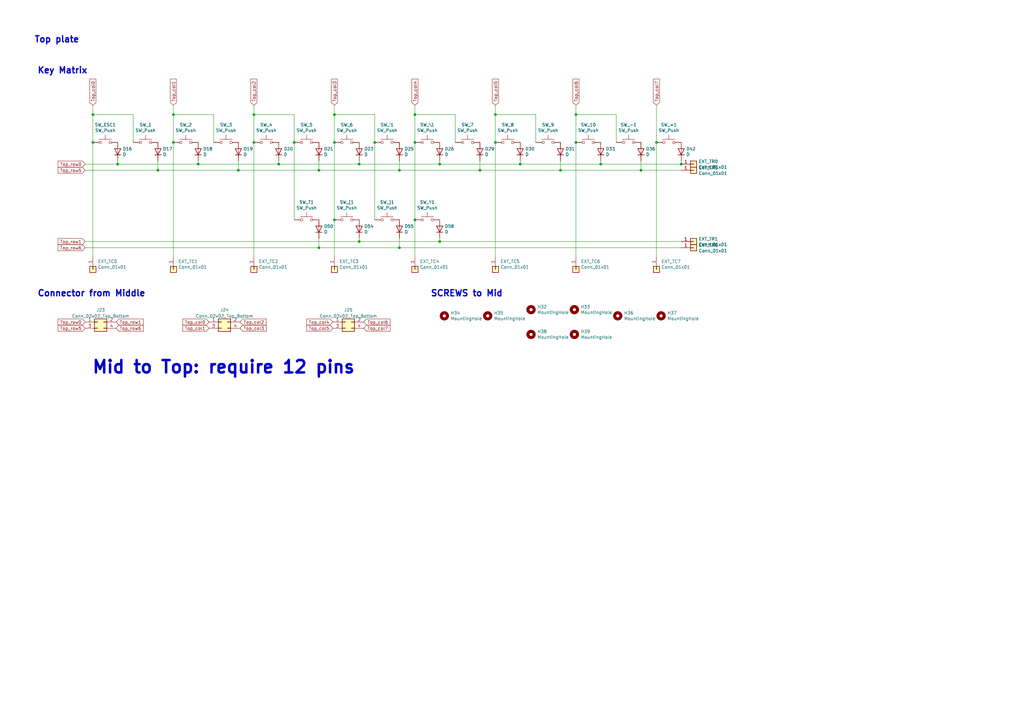
<source format=kicad_sch>
(kicad_sch (version 20211123) (generator eeschema)
  (paper "A3")
  (lib_symbols
    (symbol "Connector_Generic:Conn_01x01" (pin_names (offset 1.016) hide)
      (property "Reference" "J" (at 0 2.54 0))
      (property "Value" "Conn_01x01" (at 0 -2.54 0))
      (symbol "Conn_01x01_1_1"
        (rectangle (start -1.27 0.127) (end 0 -0.127) (stroke (width 0.1524)))
        (rectangle (start -1.27 1.27) (end 1.27 -1.27) (stroke (width 0.254)) (fill (type background)))
        (pin passive line (at -5.08 0 0) (length 3.81) (name "Pin_1") (number "1"))
      )
    )
    (symbol "Connector_Generic:Conn_02x02_Odd_Even" (pin_names (offset 1.016) hide)
      (property "Reference" "J" (at 1.27 2.54 0))
      (property "Value" "Conn_02x02_Odd_Even" (at 1.27 -5.08 0))
      (symbol "Conn_02x02_Odd_Even_1_1"
        (rectangle (start -1.27 -2.413) (end 0 -2.667) (stroke (width 0.1524)))
        (rectangle (start -1.27 0.127) (end 0 -0.127) (stroke (width 0.1524)))
        (rectangle (start -1.27 1.27) (end 3.81 -3.81) (stroke (width 0.254)) (fill (type background)))
        (rectangle (start 3.81 -2.413) (end 2.54 -2.667) (stroke (width 0.1524)))
        (rectangle (start 3.81 0.127) (end 2.54 -0.127) (stroke (width 0.1524)))
        (pin passive line (at -5.08 0 0) (length 3.81) (name "Pin_1") (number "1"))
        (pin passive line (at 7.62 0 180) (length 3.81) (name "Pin_2") (number "2"))
        (pin passive line (at -5.08 -2.54 0) (length 3.81) (name "Pin_3") (number "3"))
        (pin passive line (at 7.62 -2.54 180) (length 3.81) (name "Pin_4") (number "4"))
      )
    )
    (symbol "Device:D" (pin_numbers hide) (pin_names (offset 1.016) hide)
      (property "Reference" "D" (at 0 2.54 0))
      (property "Value" "D" (at 0 -2.54 0))
      (symbol "D_0_1"
        (polyline (pts (xy -1.27 1.27) (xy -1.27 -1.27)) (stroke (width 0.254)))
        (polyline (pts (xy 1.27 0) (xy -1.27 0)))
        (polyline (pts (xy 1.27 1.27) (xy 1.27 -1.27) (xy -1.27 0) (xy 1.27 1.27)) (stroke (width 0.254)))
      )
      (symbol "D_1_1"
        (pin passive line (at -3.81 0 0) (length 2.54) (name "K") (number "1"))
        (pin passive line (at 3.81 0 180) (length 2.54) (name "A") (number "2"))
      )
    )
    (symbol "Mechanical:MountingHole" (pin_names (offset 1.016))
      (property "Reference" "H" (at 0 5.08 0))
      (property "Value" "MountingHole" (at 0 3.175 0))
      (symbol "MountingHole_0_1"
        (circle (center 0 0) (radius 1.27) (stroke (width 1.27)))
      )
    )
    (symbol "Switch:SW_Push" (pin_numbers hide) (pin_names (offset 1.016) hide)
      (property "Reference" "SW" (at 1.27 2.54 0))
      (property "Value" "SW_Push" (at 0 -1.524 0))
      (symbol "SW_Push_0_1"
        (circle (center -2.032 0) (radius 0.508))
        (polyline (pts (xy 0 1.27) (xy 0 3.048)))
        (polyline (pts (xy 2.54 1.27) (xy -2.54 1.27)))
        (circle (center 2.032 0) (radius 0.508))
        (pin passive line (at -5.08 0 0) (length 2.54) (name "1") (number "1"))
        (pin passive line (at 5.08 0 180) (length 2.54) (name "2") (number "2"))
      )
    )
  )
  (junction (at 170.18 90.17))
  (junction (at 71.12 58.42))
  (junction (at 229.87 69.85))
  (junction (at 38.1 46.99))
  (junction (at 279.4 67.31))
  (junction (at 137.16 90.17))
  (junction (at 163.83 69.85))
  (junction (at 269.24 58.42))
  (junction (at 213.36 67.31))
  (junction (at 236.22 58.42))
  (junction (at 170.18 46.99))
  (junction (at 163.83 101.6))
  (junction (at 170.18 58.42))
  (junction (at 196.85 69.85))
  (junction (at 137.16 58.42))
  (junction (at 64.77 69.85))
  (junction (at 236.22 46.99))
  (junction (at 120.65 58.42))
  (junction (at 97.79 69.85))
  (junction (at 203.2 46.99))
  (junction (at 71.12 46.99))
  (junction (at 48.26 67.31))
  (junction (at 137.16 46.99))
  (junction (at 203.2 58.42))
  (junction (at 153.67 58.42))
  (junction (at 81.28 67.31))
  (junction (at 38.1 58.42))
  (junction (at 130.81 69.85))
  (junction (at 180.34 99.06))
  (junction (at 262.89 69.85))
  (junction (at 114.3 67.31))
  (junction (at 147.32 67.31))
  (junction (at 180.34 67.31))
  (junction (at 147.32 99.06))
  (junction (at 130.81 101.6))
  (junction (at 104.14 58.42))
  (junction (at 246.38 67.31))
  (junction (at 104.14 46.99))
  (wire (pts (xy 186.69 46.99) (xy 186.69 58.42)))
  (wire (pts (xy 120.65 46.99) (xy 104.14 46.99)))
  (wire (pts (xy 203.2 58.42) (xy 203.2 105.41)))
  (wire (pts (xy 130.81 101.6) (xy 163.83 101.6)))
  (wire (pts (xy 114.3 67.31) (xy 147.32 67.31)))
  (wire (pts (xy 170.18 43.18) (xy 170.18 46.99)))
  (wire (pts (xy 81.28 66.04) (xy 81.28 67.31)))
  (wire (pts (xy 81.28 67.31) (xy 114.3 67.31)))
  (wire (pts (xy 163.83 69.85) (xy 196.85 69.85)))
  (wire (pts (xy 64.77 66.04) (xy 64.77 69.85)))
  (wire (pts (xy 97.79 69.85) (xy 130.81 69.85)))
  (wire (pts (xy 87.63 46.99) (xy 71.12 46.99)))
  (wire (pts (xy 252.73 46.99) (xy 236.22 46.99)))
  (wire (pts (xy 213.36 66.04) (xy 213.36 67.31)))
  (wire (pts (xy 219.71 46.99) (xy 219.71 58.42)))
  (wire (pts (xy 246.38 66.04) (xy 246.38 67.31)))
  (wire (pts (xy 71.12 58.42) (xy 71.12 105.41)))
  (wire (pts (xy 203.2 43.18) (xy 203.2 46.99)))
  (wire (pts (xy 137.16 43.18) (xy 137.16 46.99)))
  (wire (pts (xy 186.69 46.99) (xy 170.18 46.99)))
  (wire (pts (xy 147.32 99.06) (xy 180.34 99.06)))
  (wire (pts (xy 153.67 46.99) (xy 137.16 46.99)))
  (wire (pts (xy 229.87 66.04) (xy 229.87 69.85)))
  (wire (pts (xy 180.34 67.31) (xy 213.36 67.31)))
  (wire (pts (xy 163.83 66.04) (xy 163.83 69.85)))
  (wire (pts (xy 38.1 46.99) (xy 38.1 58.42)))
  (wire (pts (xy 64.77 69.85) (xy 97.79 69.85)))
  (wire (pts (xy 246.38 67.31) (xy 279.4 67.31)))
  (wire (pts (xy 163.83 97.79) (xy 163.83 101.6)))
  (wire (pts (xy 48.26 67.31) (xy 81.28 67.31)))
  (wire (pts (xy 153.67 46.99) (xy 153.67 58.42)))
  (wire (pts (xy 163.83 101.6) (xy 279.4 101.6)))
  (wire (pts (xy 229.87 69.85) (xy 262.89 69.85)))
  (wire (pts (xy 38.1 58.42) (xy 38.1 105.41)))
  (wire (pts (xy 262.89 66.04) (xy 262.89 69.85)))
  (wire (pts (xy 34.925 67.31) (xy 48.26 67.31)))
  (wire (pts (xy 153.67 58.42) (xy 153.67 90.17)))
  (wire (pts (xy 71.12 46.99) (xy 71.12 58.42)))
  (wire (pts (xy 279.4 69.85) (xy 262.89 69.85)))
  (wire (pts (xy 236.22 58.42) (xy 236.22 105.41)))
  (wire (pts (xy 97.79 66.04) (xy 97.79 69.85)))
  (wire (pts (xy 34.925 69.85) (xy 64.77 69.85)))
  (wire (pts (xy 147.32 97.79) (xy 147.32 99.06)))
  (wire (pts (xy 279.4 66.04) (xy 279.4 67.31)))
  (wire (pts (xy 114.3 66.04) (xy 114.3 67.31)))
  (wire (pts (xy 104.14 43.18) (xy 104.14 46.99)))
  (wire (pts (xy 269.24 43.18) (xy 269.24 58.42)))
  (wire (pts (xy 236.22 46.99) (xy 236.22 58.42)))
  (wire (pts (xy 130.81 66.04) (xy 130.81 69.85)))
  (wire (pts (xy 104.14 46.99) (xy 104.14 58.42)))
  (wire (pts (xy 252.73 46.99) (xy 252.73 58.42)))
  (wire (pts (xy 170.18 58.42) (xy 170.18 90.17)))
  (wire (pts (xy 269.24 58.42) (xy 269.24 105.41)))
  (wire (pts (xy 170.18 46.99) (xy 170.18 58.42)))
  (wire (pts (xy 87.63 46.99) (xy 87.63 58.42)))
  (wire (pts (xy 54.61 46.99) (xy 54.61 58.42)))
  (wire (pts (xy 120.65 46.99) (xy 120.65 58.42)))
  (wire (pts (xy 130.81 69.85) (xy 163.83 69.85)))
  (wire (pts (xy 180.34 99.06) (xy 279.4 99.06)))
  (wire (pts (xy 137.16 46.99) (xy 137.16 58.42)))
  (wire (pts (xy 120.65 58.42) (xy 120.65 90.17)))
  (wire (pts (xy 38.1 46.99) (xy 54.61 46.99)))
  (wire (pts (xy 196.85 66.04) (xy 196.85 69.85)))
  (wire (pts (xy 219.71 46.99) (xy 203.2 46.99)))
  (wire (pts (xy 104.14 58.42) (xy 104.14 105.41)))
  (wire (pts (xy 147.32 67.31) (xy 180.34 67.31)))
  (wire (pts (xy 236.22 43.18) (xy 236.22 46.99)))
  (wire (pts (xy 147.32 66.04) (xy 147.32 67.31)))
  (wire (pts (xy 180.34 67.31) (xy 180.34 66.04)))
  (wire (pts (xy 137.16 58.42) (xy 137.16 90.17)))
  (wire (pts (xy 34.925 99.06) (xy 147.32 99.06)))
  (wire (pts (xy 213.36 67.31) (xy 246.38 67.31)))
  (wire (pts (xy 196.85 69.85) (xy 229.87 69.85)))
  (wire (pts (xy 137.16 90.17) (xy 137.16 105.41)))
  (wire (pts (xy 180.34 97.79) (xy 180.34 99.06)))
  (wire (pts (xy 170.18 90.17) (xy 170.18 105.41)))
  (wire (pts (xy 48.26 66.04) (xy 48.26 67.31)))
  (wire (pts (xy 130.81 97.79) (xy 130.81 101.6)))
  (wire (pts (xy 203.2 46.99) (xy 203.2 58.42)))
  (wire (pts (xy 71.12 43.18) (xy 71.12 46.99)))
  (wire (pts (xy 38.1 43.18) (xy 38.1 46.99)))
  (wire (pts (xy 34.925 101.6) (xy 130.81 101.6)))
  (text "Key Matrix" (at 15.24 30.48 0) (effects (font (size 2.54 2.54) (thickness 0.508) bold) (justify left bottom)))
  (text "Connector from Middle" (at 15.24 121.92 0) (effects (font (size 2.54 2.54) (thickness 0.508) bold) (justify left bottom)))
  (text "Mid to Top: require 12 pins" (at 37.465 153.67 0) (effects (font (size 5.08 5.08) (thickness 1.016) bold) (justify left bottom)))
  (text "SCREWS to Mid" (at 176.53 121.92 0) (effects (font (size 2.54 2.54) (thickness 0.508) bold) (justify left bottom)))
  (text "Top plate" (at 13.97 17.78 0) (effects (font (size 2.54 2.54) (thickness 0.508) bold) (justify left bottom)))
  (global_label "Top_row6" (shape input) (at 34.925 101.6 180) (property "シート間のリファレンス" "${INTERSHEET_REFS}" (effects hide)))
  (global_label "Top_col2" (shape input) (at 104.14 43.18 90) (property "シート間のリファレンス" "${INTERSHEET_REFS}" (effects hide)))
  (global_label "Top_col4" (shape input) (at 136.525 132.08 180) (property "シート間のリファレンス" "${INTERSHEET_REFS}" (effects hide)))
  (global_label "Top_col2" (shape input) (at 98.425 132.08 0) (property "シート間のリファレンス" "${INTERSHEET_REFS}" (effects hide)))
  (global_label "Top_col0" (shape input) (at 85.725 132.08 180) (property "シート間のリファレンス" "${INTERSHEET_REFS}" (effects hide)))
  (global_label "Top_row6" (shape input) (at 47.625 134.62 0) (property "シート間のリファレンス" "${INTERSHEET_REFS}" (effects hide)))
  (global_label "Top_row1" (shape input) (at 47.625 132.08 0) (property "シート間のリファレンス" "${INTERSHEET_REFS}" (effects hide)))
  (global_label "Top_col3" (shape input) (at 137.16 43.18 90) (property "シート間のリファレンス" "${INTERSHEET_REFS}" (effects hide)))
  (global_label "Top_row1" (shape input) (at 34.925 99.06 180) (property "シート間のリファレンス" "${INTERSHEET_REFS}" (effects hide)))
  (global_label "Top_col7" (shape input) (at 269.24 43.18 90) (property "シート間のリファレンス" "${INTERSHEET_REFS}" (effects hide)))
  (global_label "Top_col5" (shape input) (at 203.2 43.18 90) (property "シート間のリファレンス" "${INTERSHEET_REFS}" (effects hide)))
  (global_label "Top_col3" (shape input) (at 98.425 134.62 0) (property "シート間のリファレンス" "${INTERSHEET_REFS}" (effects hide)))
  (global_label "Top_col0" (shape input) (at 38.1 43.18 90) (property "シート間のリファレンス" "${INTERSHEET_REFS}" (effects hide)))
  (global_label "Top_row0" (shape input) (at 34.925 132.08 180) (property "シート間のリファレンス" "${INTERSHEET_REFS}" (effects hide)))
  (global_label "Top_row5" (shape input) (at 34.925 69.85 180) (property "シート間のリファレンス" "${INTERSHEET_REFS}" (effects hide)))
  (global_label "Top_col5" (shape input) (at 136.525 134.62 180) (property "シート間のリファレンス" "${INTERSHEET_REFS}" (effects hide)))
  (global_label "Top_col4" (shape input) (at 170.18 43.18 90) (property "シート間のリファレンス" "${INTERSHEET_REFS}" (effects hide)))
  (global_label "Top_row5" (shape input) (at 34.925 134.62 180) (property "シート間のリファレンス" "${INTERSHEET_REFS}" (effects hide)))
  (global_label "Top_col6" (shape input) (at 236.22 43.18 90) (property "シート間のリファレンス" "${INTERSHEET_REFS}" (effects hide)))
  (global_label "Top_col6" (shape input) (at 149.225 132.08 0) (property "シート間のリファレンス" "${INTERSHEET_REFS}" (effects hide)))
  (global_label "Top_col1" (shape input) (at 85.725 134.62 180) (property "シート間のリファレンス" "${INTERSHEET_REFS}" (effects hide)))
  (global_label "Top_col7" (shape input) (at 149.225 134.62 0) (property "シート間のリファレンス" "${INTERSHEET_REFS}" (effects hide)))
  (global_label "Top_row0" (shape input) (at 34.925 67.31 180) (property "シート間のリファレンス" "${INTERSHEET_REFS}" (effects hide)))
  (global_label "Top_col1" (shape input) (at 71.12 43.18 90) (property "シート間のリファレンス" "${INTERSHEET_REFS}" (effects hide)))
  (symbol (lib_id "Device:D") (at 147.32 93.98 90) (unit 1)
    (property "Reference" "D54" (at 149.352 92.8116 90) (effects (justify right)))
    (property "Value" "D" (at 149.352 95.123 90) (effects (justify right)))
    (property "Footprint" "Diode_SMD:D_SOD-123" (effects hide))
    (property "LCSC" "C81598" (effects hide))
  )
  (symbol (lib_id "Switch:SW_Push") (at 208.28 58.42 0) (unit 1)
    (property "Reference" "SW_8" (at 208.28 51.181 0))
    (property "Value" "SW_Push" (at 208.28 53.4924 0))
    (property "Footprint" "MX_Alps_Hybrid:MXOnly-1U-Hotswap-guide" (effects hide))
  )
  (symbol (lib_id "Connector_Generic:Conn_02x02_Odd_Even") (at 90.805 132.08 0) (unit 1)
    (property "Reference" "J24" (at 92.075 127.1102 0))
    (property "Value" "Conn_02x02_Top_Bottom" (at 92.075 129.6471 0))
    (property "Footprint" "Connector_JST:JST_SH_SM04B-SRSS-TB_1x04-1MP_P1.00mm_Horizontal" (effects hide))
  )
  (symbol (lib_id "Device:D") (at 130.81 93.98 90) (unit 1)
    (property "Reference" "D50" (at 132.842 92.8116 90) (effects (justify right)))
    (property "Value" "D" (at 132.842 95.123 90) (effects (justify right)))
    (property "Footprint" "Diode_SMD:D_SOD-123" (effects hide))
    (property "LCSC" "C81598" (effects hide))
  )
  (symbol (lib_id "Device:D") (at 213.36 62.23 90) (unit 1)
    (property "Reference" "D30" (at 215.392 61.0616 90) (effects (justify right)))
    (property "Value" "D" (at 215.392 63.373 90) (effects (justify right)))
    (property "Footprint" "Diode_SMD:D_SOD-123" (effects hide))
    (property "LCSC" "C81598" (effects hide))
  )
  (symbol (lib_id "Connector_Generic:Conn_01x01") (at 284.48 101.6 0) (unit 1)
    (property "Reference" "EXT_TR6" (at 286.512 100.5332 0) (effects (justify left)))
    (property "Value" "Conn_01x01" (at 286.512 102.8446 0) (effects (justify left)))
    (property "Footprint" "TestPoint:TestPoint_THTPad_D2.0mm_Drill1.0mm" (effects hide))
  )
  (symbol (lib_id "Switch:SW_Push") (at 274.32 58.42 0) (unit 1)
    (property "Reference" "SW_=1" (at 274.32 51.181 0))
    (property "Value" "SW_Push" (at 274.32 53.4924 0))
    (property "Footprint" "MX_Alps_Hybrid:MXOnly-1U-Hotswap-guide" (effects hide))
  )
  (symbol (lib_id "Switch:SW_Push") (at 158.75 90.17 0) (unit 1)
    (property "Reference" "SW_]1" (at 158.75 82.931 0))
    (property "Value" "SW_Push" (at 158.75 85.2424 0))
    (property "Footprint" "MX_Alps_Hybrid:MXOnly-1U-Hotswap-guide" (effects hide))
  )
  (symbol (lib_id "Mechanical:MountingHole") (at 235.585 127 0) (unit 1)
    (property "Reference" "H33" (at 238.125 125.8316 0) (effects (justify left)))
    (property "Value" "MountingHole" (at 238.125 128.143 0) (effects (justify left)))
    (property "Footprint" "MountingHole:MountingHole_2.2mm_M2_No_Cu" (effects hide))
  )
  (symbol (lib_id "Connector_Generic:Conn_01x01") (at 170.18 110.49 270) (unit 1)
    (property "Reference" "EXT_TC4" (at 172.212 107.2388 90) (effects (justify left)))
    (property "Value" "Conn_01x01" (at 172.212 109.5502 90) (effects (justify left)))
    (property "Footprint" "TestPoint:TestPoint_THTPad_D2.0mm_Drill1.0mm" (effects hide))
  )
  (symbol (lib_id "Mechanical:MountingHole") (at 271.145 129.54 0) (unit 1)
    (property "Reference" "H37" (at 273.685 128.3716 0) (effects (justify left)))
    (property "Value" "MountingHole" (at 273.685 130.683 0) (effects (justify left)))
    (property "Footprint" "MountingHole:MountingHole_2.2mm_M2_No_Cu" (effects hide))
  )
  (symbol (lib_id "Switch:SW_Push") (at 76.2 58.42 0) (unit 1)
    (property "Reference" "SW_2" (at 76.2 51.181 0))
    (property "Value" "SW_Push" (at 76.2 53.4924 0))
    (property "Footprint" "MX_Alps_Hybrid:MXOnly-1U-Hotswap-guide" (effects hide))
  )
  (symbol (lib_id "Connector_Generic:Conn_01x01") (at 137.16 110.49 270) (unit 1)
    (property "Reference" "EXT_TC3" (at 139.192 107.2388 90) (effects (justify left)))
    (property "Value" "Conn_01x01" (at 139.192 109.5502 90) (effects (justify left)))
    (property "Footprint" "TestPoint:TestPoint_THTPad_D2.0mm_Drill1.0mm" (effects hide))
  )
  (symbol (lib_id "Device:D") (at 97.79 62.23 90) (unit 1)
    (property "Reference" "D19" (at 99.822 61.0616 90) (effects (justify right)))
    (property "Value" "D" (at 99.822 63.373 90) (effects (justify right)))
    (property "Footprint" "Diode_SMD:D_SOD-123" (effects hide))
    (property "LCSC" "C81598" (effects hide))
  )
  (symbol (lib_id "Switch:SW_Push") (at 125.73 90.17 0) (unit 1)
    (property "Reference" "SW_T1" (at 125.73 82.931 0))
    (property "Value" "SW_Push" (at 125.73 85.2424 0))
    (property "Footprint" "MX_Alps_Hybrid:MXOnly-1U-Hotswap-guide" (effects hide))
  )
  (symbol (lib_id "Switch:SW_Push") (at 142.24 58.42 0) (unit 1)
    (property "Reference" "SW_6" (at 142.24 51.181 0))
    (property "Value" "SW_Push" (at 142.24 53.4924 0))
    (property "Footprint" "MX_Alps_Hybrid:MXOnly-1U-Hotswap-guide" (effects hide))
  )
  (symbol (lib_id "Connector_Generic:Conn_01x01") (at 203.2 110.49 270) (unit 1)
    (property "Reference" "EXT_TC5" (at 205.232 107.2388 90) (effects (justify left)))
    (property "Value" "Conn_01x01" (at 205.232 109.5502 90) (effects (justify left)))
    (property "Footprint" "TestPoint:TestPoint_THTPad_D2.0mm_Drill1.0mm" (effects hide))
  )
  (symbol (lib_id "Switch:SW_Push") (at 125.73 58.42 0) (unit 1)
    (property "Reference" "SW_5" (at 125.73 51.181 0))
    (property "Value" "SW_Push" (at 125.73 53.4924 0))
    (property "Footprint" "MX_Alps_Hybrid:MXOnly-1U-Hotswap-guide" (effects hide))
  )
  (symbol (lib_id "Mechanical:MountingHole") (at 217.805 137.16 0) (unit 1)
    (property "Reference" "H38" (at 220.345 135.9916 0) (effects (justify left)))
    (property "Value" "MountingHole" (at 220.345 138.303 0) (effects (justify left)))
    (property "Footprint" "MountingHole:MountingHole_2.2mm_M2_No_Cu" (effects hide))
  )
  (symbol (lib_id "Connector_Generic:Conn_02x02_Odd_Even") (at 40.005 132.08 0) (unit 1)
    (property "Reference" "J23" (at 41.275 127.1102 0))
    (property "Value" "Conn_02x02_Top_Bottom" (at 41.275 129.6471 0))
    (property "Footprint" "Connector_JST:JST_SH_SM04B-SRSS-TB_1x04-1MP_P1.00mm_Horizontal" (effects hide))
  )
  (symbol (lib_id "Connector_Generic:Conn_01x01") (at 236.22 110.49 270) (unit 1)
    (property "Reference" "EXT_TC6" (at 238.252 107.2388 90) (effects (justify left)))
    (property "Value" "Conn_01x01" (at 238.252 109.5502 90) (effects (justify left)))
    (property "Footprint" "TestPoint:TestPoint_THTPad_D2.0mm_Drill1.0mm" (effects hide))
  )
  (symbol (lib_id "Device:D") (at 163.83 93.98 90) (unit 1)
    (property "Reference" "D55" (at 165.862 92.8116 90) (effects (justify right)))
    (property "Value" "D" (at 165.862 95.123 90) (effects (justify right)))
    (property "Footprint" "Diode_SMD:D_SOD-123" (effects hide))
    (property "LCSC" "C81598" (effects hide))
  )
  (symbol (lib_id "Device:D") (at 64.77 62.23 90) (unit 1)
    (property "Reference" "D17" (at 66.802 61.0616 90) (effects (justify right)))
    (property "Value" "D" (at 66.802 63.373 90) (effects (justify right)))
    (property "Footprint" "Diode_SMD:D_SOD-123" (effects hide))
    (property "LCSC" "C81598" (effects hide))
  )
  (symbol (lib_id "Mechanical:MountingHole") (at 235.585 137.16 0) (unit 1)
    (property "Reference" "H39" (at 238.125 135.9916 0) (effects (justify left)))
    (property "Value" "MountingHole" (at 238.125 138.303 0) (effects (justify left)))
    (property "Footprint" "MountingHole:MountingHole_2.2mm_M2_No_Cu" (effects hide))
  )
  (symbol (lib_id "Device:D") (at 114.3 62.23 90) (unit 1)
    (property "Reference" "D20" (at 116.332 61.0616 90) (effects (justify right)))
    (property "Value" "D" (at 116.332 63.373 90) (effects (justify right)))
    (property "Footprint" "Diode_SMD:D_SOD-123" (effects hide))
    (property "LCSC" "C81598" (effects hide))
  )
  (symbol (lib_id "Switch:SW_Push") (at 175.26 90.17 0) (unit 1)
    (property "Reference" "SW_Y1" (at 175.26 82.931 0))
    (property "Value" "SW_Push" (at 175.26 85.2424 0))
    (property "Footprint" "MX_Alps_Hybrid:MXOnly-1U-Hotswap-guide" (effects hide))
  )
  (symbol (lib_id "Connector_Generic:Conn_01x01") (at 269.24 110.49 270) (unit 1)
    (property "Reference" "EXT_TC7" (at 271.272 107.2388 90) (effects (justify left)))
    (property "Value" "Conn_01x01" (at 271.272 109.5502 90) (effects (justify left)))
    (property "Footprint" "TestPoint:TestPoint_THTPad_D2.0mm_Drill1.0mm" (effects hide))
  )
  (symbol (lib_id "Mechanical:MountingHole") (at 182.245 129.54 0) (unit 1)
    (property "Reference" "H34" (at 184.785 128.3716 0) (effects (justify left)))
    (property "Value" "MountingHole" (at 184.785 130.683 0) (effects (justify left)))
    (property "Footprint" "MountingHole:MountingHole_2.2mm_M2_No_Cu" (effects hide))
  )
  (symbol (lib_id "Device:D") (at 147.32 62.23 90) (unit 1)
    (property "Reference" "D23" (at 149.352 61.0616 90) (effects (justify right)))
    (property "Value" "D" (at 149.352 63.373 90) (effects (justify right)))
    (property "Footprint" "Diode_SMD:D_SOD-123" (effects hide))
    (property "LCSC" "C81598" (effects hide))
  )
  (symbol (lib_id "Connector_Generic:Conn_01x01") (at 284.48 99.06 0) (unit 1)
    (property "Reference" "EXT_TR1" (at 286.512 97.9932 0) (effects (justify left)))
    (property "Value" "Conn_01x01" (at 286.512 100.3046 0) (effects (justify left)))
    (property "Footprint" "TestPoint:TestPoint_THTPad_D2.0mm_Drill1.0mm" (effects hide))
  )
  (symbol (lib_id "Connector_Generic:Conn_01x01") (at 104.14 110.49 270) (unit 1)
    (property "Reference" "EXT_TC2" (at 106.172 107.2388 90) (effects (justify left)))
    (property "Value" "Conn_01x01" (at 106.172 109.5502 90) (effects (justify left)))
    (property "Footprint" "TestPoint:TestPoint_THTPad_D2.0mm_Drill1.0mm" (effects hide))
  )
  (symbol (lib_id "Switch:SW_Push") (at 158.75 58.42 0) (unit 1)
    (property "Reference" "SW_`1" (at 158.75 51.181 0))
    (property "Value" "SW_Push" (at 158.75 53.4924 0))
    (property "Footprint" "MX_Alps_Hybrid:MXOnly-1U-Hotswap-guide" (effects hide))
  )
  (symbol (lib_id "Device:D") (at 163.83 62.23 90) (unit 1)
    (property "Reference" "D25" (at 165.862 61.0616 90) (effects (justify right)))
    (property "Value" "D" (at 165.862 63.373 90) (effects (justify right)))
    (property "Footprint" "Diode_SMD:D_SOD-123" (effects hide))
    (property "LCSC" "C81598" (effects hide))
  )
  (symbol (lib_id "Switch:SW_Push") (at 191.77 58.42 0) (unit 1)
    (property "Reference" "SW_7" (at 191.77 51.181 0))
    (property "Value" "SW_Push" (at 191.77 53.4924 0))
    (property "Footprint" "MX_Alps_Hybrid:MXOnly-1U-Hotswap-guide" (effects hide))
  )
  (symbol (lib_id "Switch:SW_Push") (at 224.79 58.42 0) (unit 1)
    (property "Reference" "SW_9" (at 224.79 51.181 0))
    (property "Value" "SW_Push" (at 224.79 53.4924 0))
    (property "Footprint" "MX_Alps_Hybrid:MXOnly-1U-Hotswap-guide" (effects hide))
  )
  (symbol (lib_id "Connector_Generic:Conn_01x01") (at 284.48 67.31 0) (unit 1)
    (property "Reference" "EXT_TR0" (at 286.512 66.2432 0) (effects (justify left)))
    (property "Value" "Conn_01x01" (at 286.512 68.5546 0) (effects (justify left)))
    (property "Footprint" "TestPoint:TestPoint_THTPad_D2.0mm_Drill1.0mm" (effects hide))
  )
  (symbol (lib_id "Device:D") (at 180.34 93.98 90) (unit 1)
    (property "Reference" "D58" (at 182.372 92.8116 90) (effects (justify right)))
    (property "Value" "D" (at 182.372 95.123 90) (effects (justify right)))
    (property "Footprint" "Diode_SMD:D_SOD-123" (effects hide))
    (property "LCSC" "C81598" (effects hide))
  )
  (symbol (lib_id "Switch:SW_Push") (at 109.22 58.42 0) (unit 1)
    (property "Reference" "SW_4" (at 109.22 51.181 0))
    (property "Value" "SW_Push" (at 109.22 53.4924 0))
    (property "Footprint" "MX_Alps_Hybrid:MXOnly-1U-Hotswap-guide" (effects hide))
  )
  (symbol (lib_id "Device:D") (at 180.34 62.23 90) (unit 1)
    (property "Reference" "D26" (at 182.372 61.0616 90) (effects (justify right)))
    (property "Value" "D" (at 182.372 63.373 90) (effects (justify right)))
    (property "Footprint" "Diode_SMD:D_SOD-123" (effects hide))
    (property "LCSC" "C81598" (effects hide))
  )
  (symbol (lib_id "Switch:SW_Push") (at 92.71 58.42 0) (unit 1)
    (property "Reference" "SW_3" (at 92.71 51.181 0))
    (property "Value" "SW_Push" (at 92.71 53.4924 0))
    (property "Footprint" "MX_Alps_Hybrid:MXOnly-1U-Hotswap-guide" (effects hide))
  )
  (symbol (lib_id "Device:D") (at 279.4 62.23 90) (unit 1)
    (property "Reference" "D42" (at 281.432 61.0616 90) (effects (justify right)))
    (property "Value" "D" (at 281.432 63.373 90) (effects (justify right)))
    (property "Footprint" "Diode_SMD:D_SOD-123" (effects hide))
    (property "LCSC" "C81598" (effects hide))
  )
  (symbol (lib_id "Connector_Generic:Conn_01x01") (at 284.48 69.85 0) (unit 1)
    (property "Reference" "EXT_TR5" (at 286.512 68.7832 0) (effects (justify left)))
    (property "Value" "Conn_01x01" (at 286.512 71.0946 0) (effects (justify left)))
    (property "Footprint" "TestPoint:TestPoint_THTPad_D2.0mm_Drill1.0mm" (effects hide))
  )
  (symbol (lib_id "Device:D") (at 81.28 62.23 90) (unit 1)
    (property "Reference" "D18" (at 83.312 61.0616 90) (effects (justify right)))
    (property "Value" "D" (at 83.312 63.373 90) (effects (justify right)))
    (property "Footprint" "Diode_SMD:D_SOD-123" (effects hide))
    (property "LCSC" "C81598" (effects hide))
  )
  (symbol (lib_id "Switch:SW_Push") (at 241.3 58.42 0) (unit 1)
    (property "Reference" "SW_10" (at 241.3 51.181 0))
    (property "Value" "SW_Push" (at 241.3 53.4924 0))
    (property "Footprint" "MX_Alps_Hybrid:MXOnly-1U-Hotswap-guide" (effects hide))
  )
  (symbol (lib_id "Switch:SW_Push") (at 43.18 58.42 0) (unit 1)
    (property "Reference" "SW_ESC1" (at 43.18 51.181 0))
    (property "Value" "SW_Push" (at 43.18 53.4924 0))
    (property "Footprint" "MX_Alps_Hybrid:MXOnly-1U-Hotswap-guide" (effects hide))
  )
  (symbol (lib_id "Switch:SW_Push") (at 257.81 58.42 0) (unit 1)
    (property "Reference" "SW_-1" (at 257.81 51.181 0))
    (property "Value" "SW_Push" (at 257.81 53.4924 0))
    (property "Footprint" "MX_Alps_Hybrid:MXOnly-1U-Hotswap-guide" (effects hide))
  )
  (symbol (lib_id "Connector_Generic:Conn_02x02_Odd_Even") (at 141.605 132.08 0) (unit 1)
    (property "Reference" "J25" (at 142.875 127.1102 0))
    (property "Value" "Conn_02x02_Top_Bottom" (at 142.875 129.6471 0))
    (property "Footprint" "Connector_JST:JST_SH_SM04B-SRSS-TB_1x04-1MP_P1.00mm_Horizontal" (effects hide))
  )
  (symbol (lib_id "Mechanical:MountingHole") (at 200.025 129.54 0) (unit 1)
    (property "Reference" "H35" (at 202.565 128.3716 0) (effects (justify left)))
    (property "Value" "MountingHole" (at 202.565 130.683 0) (effects (justify left)))
    (property "Footprint" "MountingHole:MountingHole_2.2mm_M2_No_Cu" (effects hide))
  )
  (symbol (lib_id "Switch:SW_Push") (at 59.69 58.42 0) (unit 1)
    (property "Reference" "SW_1" (at 59.69 51.181 0))
    (property "Value" "SW_Push" (at 59.69 53.4924 0))
    (property "Footprint" "MX_Alps_Hybrid:MXOnly-1U-Hotswap-guide" (effects hide))
  )
  (symbol (lib_id "Connector_Generic:Conn_01x01") (at 38.1 110.49 270) (unit 1)
    (property "Reference" "EXT_TC0" (at 40.132 107.2388 90) (effects (justify left)))
    (property "Value" "Conn_01x01" (at 40.132 109.5502 90) (effects (justify left)))
    (property "Footprint" "TestPoint:TestPoint_THTPad_D2.0mm_Drill1.0mm" (effects hide))
  )
  (symbol (lib_id "Device:D") (at 48.26 62.23 90) (unit 1)
    (property "Reference" "D16" (at 50.292 61.0616 90) (effects (justify right)))
    (property "Value" "D" (at 50.292 63.373 90) (effects (justify right)))
    (property "Footprint" "Diode_SMD:D_SOD-123" (effects hide))
    (property "LCSC" "C81598" (effects hide))
  )
  (symbol (lib_id "Device:D") (at 246.38 62.23 90) (unit 1)
    (property "Reference" "D33" (at 248.412 61.0616 90) (effects (justify right)))
    (property "Value" "D" (at 248.412 63.373 90) (effects (justify right)))
    (property "Footprint" "Diode_SMD:D_SOD-123" (effects hide))
    (property "LCSC" "C81598" (effects hide))
  )
  (symbol (lib_id "Device:D") (at 229.87 62.23 90) (unit 1)
    (property "Reference" "D31" (at 231.902 61.0616 90) (effects (justify right)))
    (property "Value" "D" (at 231.902 63.373 90) (effects (justify right)))
    (property "Footprint" "Diode_SMD:D_SOD-123" (effects hide))
    (property "LCSC" "C81598" (effects hide))
  )
  (symbol (lib_id "Mechanical:MountingHole") (at 253.365 129.54 0) (unit 1)
    (property "Reference" "H36" (at 255.905 128.3716 0) (effects (justify left)))
    (property "Value" "MountingHole" (at 255.905 130.683 0) (effects (justify left)))
    (property "Footprint" "MountingHole:MountingHole_2.2mm_M2_No_Cu" (effects hide))
  )
  (symbol (lib_id "Connector_Generic:Conn_01x01") (at 71.12 110.49 270) (unit 1)
    (property "Reference" "EXT_TC1" (at 73.152 107.2388 90) (effects (justify left)))
    (property "Value" "Conn_01x01" (at 73.152 109.5502 90) (effects (justify left)))
    (property "Footprint" "TestPoint:TestPoint_THTPad_D2.0mm_Drill1.0mm" (effects hide))
  )
  (symbol (lib_id "Device:D") (at 262.89 62.23 90) (unit 1)
    (property "Reference" "D36" (at 264.922 61.0616 90) (effects (justify right)))
    (property "Value" "D" (at 264.922 63.373 90) (effects (justify right)))
    (property "Footprint" "Diode_SMD:D_SOD-123" (effects hide))
    (property "LCSC" "C81598" (effects hide))
  )
  (symbol (lib_id "Switch:SW_Push") (at 142.24 90.17 0) (unit 1)
    (property "Reference" "SW_[1" (at 142.24 82.931 0))
    (property "Value" "SW_Push" (at 142.24 85.2424 0))
    (property "Footprint" "MX_Alps_Hybrid:MXOnly-1U-Hotswap-guide" (effects hide))
  )
  (symbol (lib_id "Device:D") (at 130.81 62.23 90) (unit 1)
    (property "Reference" "D21" (at 132.842 61.0616 90) (effects (justify right)))
    (property "Value" "D" (at 132.842 63.373 90) (effects (justify right)))
    (property "Footprint" "Diode_SMD:D_SOD-123" (effects hide))
    (property "LCSC" "C81598" (effects hide))
  )
  (symbol (lib_id "Mechanical:MountingHole") (at 217.805 127 0) (unit 1)
    (property "Reference" "H32" (at 220.345 125.8316 0) (effects (justify left)))
    (property "Value" "MountingHole" (at 220.345 128.143 0) (effects (justify left)))
    (property "Footprint" "MountingHole:MountingHole_2.2mm_M2_No_Cu" (effects hide))
  )
  (symbol (lib_id "Switch:SW_Push") (at 175.26 58.42 0) (unit 1)
    (property "Reference" "SW_\\1" (at 175.26 51.181 0))
    (property "Value" "SW_Push" (at 175.26 53.4924 0))
    (property "Footprint" "MX_Alps_Hybrid:MXOnly-1U-Hotswap-guide" (effects hide))
  )
  (symbol (lib_id "Device:D") (at 196.85 62.23 90) (unit 1)
    (property "Reference" "D29" (at 198.882 61.0616 90) (effects (justify right)))
    (property "Value" "D" (at 198.882 63.373 90) (effects (justify right)))
    (property "Footprint" "Diode_SMD:D_SOD-123" (effects hide))
    (property "LCSC" "C81598" (effects hide))
  )
)
</source>
